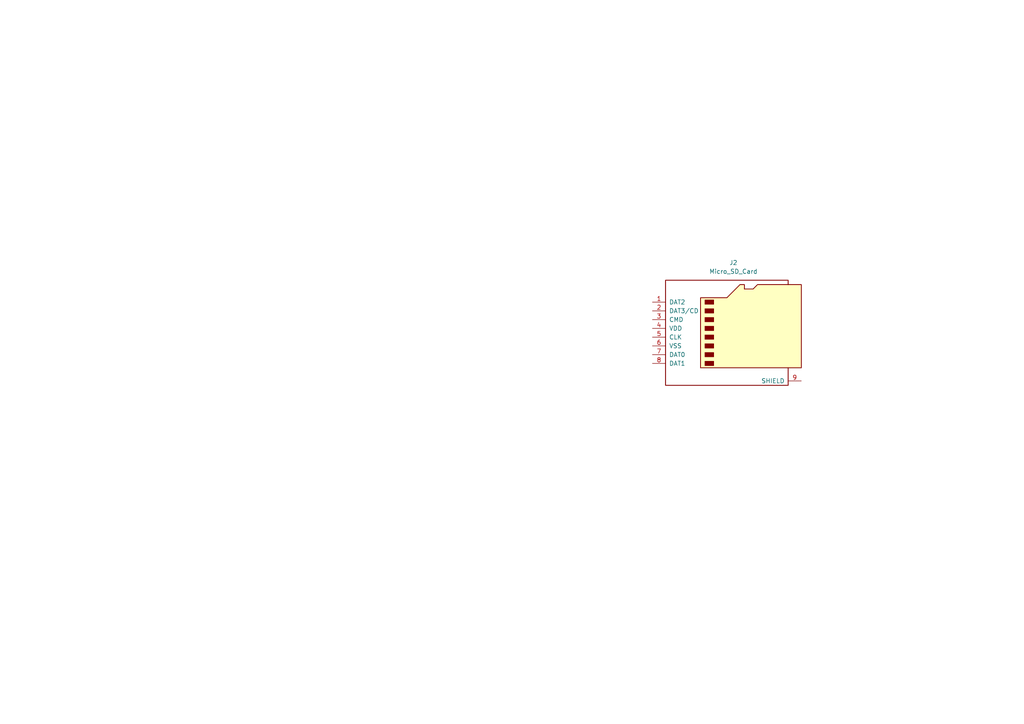
<source format=kicad_sch>
(kicad_sch (version 20250114) (generator "eeschema") (generator_version "9.0")
  (paper "A4")
  (lib_symbols
    (symbol "Connector:Micro_SD_Card" (pin_names (offset 1.016))
      (property "Reference" "J" (at -16.51 15.24 0))
      (property "Value" "Micro_SD_Card" (at 16.51 15.24 0))
      (symbol "Micro_SD_Card_0_1"
        (polyline (pts (xy -8.89 -11.43) (xy -8.89 8.89) (xy -1.27 8.89) (xy 2.54 12.7) (xy 3.81 12.7) (xy 3.81 11.43) (xy 6.35 11.43) (xy 7.62 12.7) (xy 20.32 12.7) (xy 20.32 -11.43) (xy -8.89 -11.43)) (stroke (width 0.254)) (fill (type background)))
        (rectangle (start -7.62 8.255) (end -5.08 6.985) (fill (type outline)))
        (rectangle (start -7.62 5.715) (end -5.08 4.445) (fill (type outline)))
        (rectangle (start -7.62 3.175) (end -5.08 1.905) (fill (type outline)))
        (rectangle (start -7.62 0.635) (end -5.08 -0.635) (fill (type outline)))
        (rectangle (start -7.62 -1.905) (end -5.08 -3.175) (fill (type outline)))
        (rectangle (start -7.62 -4.445) (end -5.08 -5.715) (fill (type outline)))
        (rectangle (start -7.62 -6.985) (end -5.08 -8.255) (fill (type outline)))
        (rectangle (start -7.62 -9.525) (end -5.08 -10.795) (fill (type outline)))
        (polyline (pts (xy 16.51 12.7) (xy 16.51 13.97) (xy -19.05 13.97) (xy -19.05 -16.51) (xy 16.51 -16.51) (xy 16.51 -11.43)) (stroke (width 0.254)))
      )
      (symbol "Micro_SD_Card_1_1"
        (pin bidirectional line (at -22.86 7.62 0) (length 3.81) (name "DAT2") (number "1"))
        (pin bidirectional line (at -22.86 5.08 0) (length 3.81) (name "DAT3/CD") (number "2"))
        (pin input line (at -22.86 2.54 0) (length 3.81) (name "CMD") (number "3"))
        (pin power_in line (at -22.86 0 0) (length 3.81) (name "VDD") (number "4"))
        (pin input line (at -22.86 -2.54 0) (length 3.81) (name "CLK") (number "5"))
        (pin power_in line (at -22.86 -5.08 0) (length 3.81) (name "VSS") (number "6"))
        (pin bidirectional line (at -22.86 -7.62 0) (length 3.81) (name "DAT0") (number "7"))
        (pin bidirectional line (at -22.86 -10.16 0) (length 3.81) (name "DAT1") (number "8"))
        (pin passive line (at 20.32 -15.24 180) (length 3.81) (name "SHIELD") (number "9"))
      )
    )
  )
  (symbol (lib_id "Connector:Micro_SD_Card") (at 212.09 95.25 0) (unit 1)
    (property "Reference" "J2" (at 212.725 76.2 0))
    (property "Value" "Micro_SD_Card" (at 212.725 78.74 0))
    (property "Datasheet" "https://www.we-online.com/components/products/datasheet/693072010801.pdf" (effects (hide yes)))
    (property "Description" "Micro SD Card Socket" (effects (hide yes)))
  )
)
</source>
